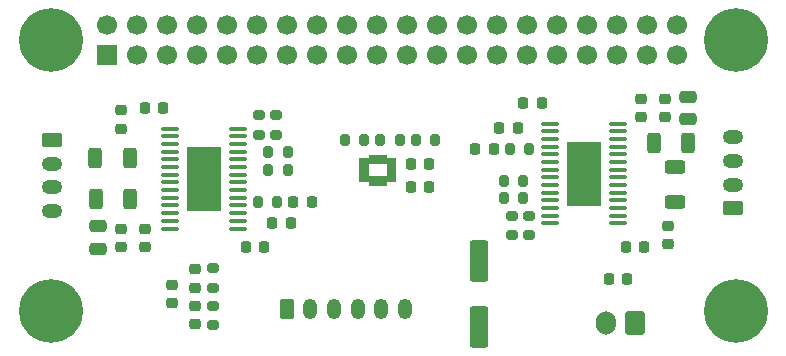
<source format=gbr>
%TF.GenerationSoftware,KiCad,Pcbnew,9.0.7*%
%TF.CreationDate,2026-01-26T16:26:35+01:00*%
%TF.ProjectId,Projet 6 KICAD CLS COMPLET,50726f6a-6574-4203-9620-4b4943414420,rev?*%
%TF.SameCoordinates,Original*%
%TF.FileFunction,Soldermask,Top*%
%TF.FilePolarity,Negative*%
%FSLAX46Y46*%
G04 Gerber Fmt 4.6, Leading zero omitted, Abs format (unit mm)*
G04 Created by KiCad (PCBNEW 9.0.7) date 2026-01-26 16:26:35*
%MOMM*%
%LPD*%
G01*
G04 APERTURE LIST*
G04 Aperture macros list*
%AMRoundRect*
0 Rectangle with rounded corners*
0 $1 Rounding radius*
0 $2 $3 $4 $5 $6 $7 $8 $9 X,Y pos of 4 corners*
0 Add a 4 corners polygon primitive as box body*
4,1,4,$2,$3,$4,$5,$6,$7,$8,$9,$2,$3,0*
0 Add four circle primitives for the rounded corners*
1,1,$1+$1,$2,$3*
1,1,$1+$1,$4,$5*
1,1,$1+$1,$6,$7*
1,1,$1+$1,$8,$9*
0 Add four rect primitives between the rounded corners*
20,1,$1+$1,$2,$3,$4,$5,0*
20,1,$1+$1,$4,$5,$6,$7,0*
20,1,$1+$1,$6,$7,$8,$9,0*
20,1,$1+$1,$8,$9,$2,$3,0*%
G04 Aperture macros list end*
%ADD10C,0.010000*%
%ADD11RoundRect,0.225000X0.225000X0.250000X-0.225000X0.250000X-0.225000X-0.250000X0.225000X-0.250000X0*%
%ADD12RoundRect,0.225000X0.250000X-0.225000X0.250000X0.225000X-0.250000X0.225000X-0.250000X-0.225000X0*%
%ADD13RoundRect,0.225000X-0.225000X-0.250000X0.225000X-0.250000X0.225000X0.250000X-0.225000X0.250000X0*%
%ADD14RoundRect,0.225000X-0.250000X0.225000X-0.250000X-0.225000X0.250000X-0.225000X0.250000X0.225000X0*%
%ADD15RoundRect,0.218750X0.256250X-0.218750X0.256250X0.218750X-0.256250X0.218750X-0.256250X-0.218750X0*%
%ADD16RoundRect,0.250000X0.475000X-0.250000X0.475000X0.250000X-0.475000X0.250000X-0.475000X-0.250000X0*%
%ADD17RoundRect,0.200000X0.275000X-0.200000X0.275000X0.200000X-0.275000X0.200000X-0.275000X-0.200000X0*%
%ADD18RoundRect,0.218750X-0.218750X-0.256250X0.218750X-0.256250X0.218750X0.256250X-0.218750X0.256250X0*%
%ADD19RoundRect,0.200000X-0.200000X-0.275000X0.200000X-0.275000X0.200000X0.275000X-0.200000X0.275000X0*%
%ADD20RoundRect,0.250000X-0.550000X1.500000X-0.550000X-1.500000X0.550000X-1.500000X0.550000X1.500000X0*%
%ADD21RoundRect,0.218750X-0.256250X0.218750X-0.256250X-0.218750X0.256250X-0.218750X0.256250X0.218750X0*%
%ADD22RoundRect,0.200000X-0.275000X0.200000X-0.275000X-0.200000X0.275000X-0.200000X0.275000X0.200000X0*%
%ADD23RoundRect,0.200000X0.200000X0.275000X-0.200000X0.275000X-0.200000X-0.275000X0.200000X-0.275000X0*%
%ADD24RoundRect,0.250000X-0.475000X0.250000X-0.475000X-0.250000X0.475000X-0.250000X0.475000X0.250000X0*%
%ADD25C,5.400000*%
%ADD26RoundRect,0.100000X0.637500X0.100000X-0.637500X0.100000X-0.637500X-0.100000X0.637500X-0.100000X0*%
%ADD27R,2.850000X5.400000*%
%ADD28RoundRect,0.250000X0.312500X0.625000X-0.312500X0.625000X-0.312500X-0.625000X0.312500X-0.625000X0*%
%ADD29RoundRect,0.100000X-0.637500X-0.100000X0.637500X-0.100000X0.637500X0.100000X-0.637500X0.100000X0*%
%ADD30RoundRect,0.250000X-0.625000X0.350000X-0.625000X-0.350000X0.625000X-0.350000X0.625000X0.350000X0*%
%ADD31O,1.750000X1.200000*%
%ADD32RoundRect,0.218750X0.218750X0.256250X-0.218750X0.256250X-0.218750X-0.256250X0.218750X-0.256250X0*%
%ADD33RoundRect,0.250000X0.625000X-0.350000X0.625000X0.350000X-0.625000X0.350000X-0.625000X-0.350000X0*%
%ADD34RoundRect,0.250000X-0.350000X-0.625000X0.350000X-0.625000X0.350000X0.625000X-0.350000X0.625000X0*%
%ADD35O,1.200000X1.750000*%
%ADD36RoundRect,0.250000X0.600000X0.750000X-0.600000X0.750000X-0.600000X-0.750000X0.600000X-0.750000X0*%
%ADD37O,1.700000X2.000000*%
%ADD38RoundRect,0.250000X-0.312500X-0.625000X0.312500X-0.625000X0.312500X0.625000X-0.312500X0.625000X0*%
%ADD39RoundRect,0.250000X-0.625000X0.312500X-0.625000X-0.312500X0.625000X-0.312500X0.625000X0.312500X0*%
%ADD40R,1.700000X1.700000*%
%ADD41C,1.700000*%
G04 APERTURE END LIST*
D10*
%TO.C,U3*%
X126855000Y-60475000D02*
X126145000Y-60475000D01*
X126145000Y-60025000D01*
X126855000Y-60025000D01*
X126855000Y-60475000D01*
G36*
X126855000Y-60475000D02*
G01*
X126145000Y-60475000D01*
X126145000Y-60025000D01*
X126855000Y-60025000D01*
X126855000Y-60475000D01*
G37*
X126855000Y-60975000D02*
X126145000Y-60975000D01*
X126145000Y-60525000D01*
X126855000Y-60525000D01*
X126855000Y-60975000D01*
G36*
X126855000Y-60975000D02*
G01*
X126145000Y-60975000D01*
X126145000Y-60525000D01*
X126855000Y-60525000D01*
X126855000Y-60975000D01*
G37*
X126855000Y-61475000D02*
X126145000Y-61475000D01*
X126145000Y-61025000D01*
X126855000Y-61025000D01*
X126855000Y-61475000D01*
G36*
X126855000Y-61475000D02*
G01*
X126145000Y-61475000D01*
X126145000Y-61025000D01*
X126855000Y-61025000D01*
X126855000Y-61475000D01*
G37*
X126855000Y-61975000D02*
X126145000Y-61975000D01*
X126145000Y-61525000D01*
X126855000Y-61525000D01*
X126855000Y-61975000D01*
G36*
X126855000Y-61975000D02*
G01*
X126145000Y-61975000D01*
X126145000Y-61525000D01*
X126855000Y-61525000D01*
X126855000Y-61975000D01*
G37*
X127385000Y-62270000D02*
X126935000Y-62270000D01*
X126935000Y-61560000D01*
X127385000Y-61560000D01*
X127385000Y-62270000D01*
G36*
X127385000Y-62270000D02*
G01*
X126935000Y-62270000D01*
X126935000Y-61560000D01*
X127385000Y-61560000D01*
X127385000Y-62270000D01*
G37*
X127385000Y-60440000D02*
X126935000Y-60440000D01*
X126935000Y-59730000D01*
X127385000Y-59730000D01*
X127385000Y-60440000D01*
G36*
X127385000Y-60440000D02*
G01*
X126935000Y-60440000D01*
X126935000Y-59730000D01*
X127385000Y-59730000D01*
X127385000Y-60440000D01*
G37*
X127885000Y-62270000D02*
X127435000Y-62270000D01*
X127435000Y-61560000D01*
X127885000Y-61560000D01*
X127885000Y-62270000D01*
G36*
X127885000Y-62270000D02*
G01*
X127435000Y-62270000D01*
X127435000Y-61560000D01*
X127885000Y-61560000D01*
X127885000Y-62270000D01*
G37*
X127885000Y-60440000D02*
X127435000Y-60440000D01*
X127435000Y-59730000D01*
X127885000Y-59730000D01*
X127885000Y-60440000D01*
G36*
X127885000Y-60440000D02*
G01*
X127435000Y-60440000D01*
X127435000Y-59730000D01*
X127885000Y-59730000D01*
X127885000Y-60440000D01*
G37*
X128385000Y-62270000D02*
X127935000Y-62270000D01*
X127935000Y-61560000D01*
X128385000Y-61560000D01*
X128385000Y-62270000D01*
G36*
X128385000Y-62270000D02*
G01*
X127935000Y-62270000D01*
X127935000Y-61560000D01*
X128385000Y-61560000D01*
X128385000Y-62270000D01*
G37*
X128385000Y-60440000D02*
X127935000Y-60440000D01*
X127935000Y-59730000D01*
X128385000Y-59730000D01*
X128385000Y-60440000D01*
G36*
X128385000Y-60440000D02*
G01*
X127935000Y-60440000D01*
X127935000Y-59730000D01*
X128385000Y-59730000D01*
X128385000Y-60440000D01*
G37*
X129175000Y-60475000D02*
X128465000Y-60475000D01*
X128465000Y-60025000D01*
X129175000Y-60025000D01*
X129175000Y-60475000D01*
G36*
X129175000Y-60475000D02*
G01*
X128465000Y-60475000D01*
X128465000Y-60025000D01*
X129175000Y-60025000D01*
X129175000Y-60475000D01*
G37*
X129175000Y-60975000D02*
X128465000Y-60975000D01*
X128465000Y-60525000D01*
X129175000Y-60525000D01*
X129175000Y-60975000D01*
G36*
X129175000Y-60975000D02*
G01*
X128465000Y-60975000D01*
X128465000Y-60525000D01*
X129175000Y-60525000D01*
X129175000Y-60975000D01*
G37*
X129175000Y-61475000D02*
X128465000Y-61475000D01*
X128465000Y-61025000D01*
X129175000Y-61025000D01*
X129175000Y-61475000D01*
G36*
X129175000Y-61475000D02*
G01*
X128465000Y-61475000D01*
X128465000Y-61025000D01*
X129175000Y-61025000D01*
X129175000Y-61475000D01*
G37*
X129175000Y-61975000D02*
X128465000Y-61975000D01*
X128465000Y-61525000D01*
X129175000Y-61525000D01*
X129175000Y-61975000D01*
G36*
X129175000Y-61975000D02*
G01*
X128465000Y-61975000D01*
X128465000Y-61525000D01*
X129175000Y-61525000D01*
X129175000Y-61975000D01*
G37*
%TD*%
D11*
%TO.C,C23*%
X109525000Y-55750000D03*
X107975000Y-55750000D03*
%TD*%
D12*
%TO.C,C22*%
X106000000Y-57525000D03*
X106000000Y-55975000D03*
%TD*%
%TO.C,C18*%
X110250000Y-72275000D03*
X110250000Y-70725000D03*
%TD*%
D13*
%TO.C,C15*%
X118775000Y-65475000D03*
X120325000Y-65475000D03*
%TD*%
D14*
%TO.C,C13*%
X108000000Y-65975000D03*
X108000000Y-67525000D03*
%TD*%
%TO.C,C12*%
X106000000Y-65975000D03*
X106000000Y-67525000D03*
%TD*%
D11*
%TO.C,C11*%
X141575000Y-55390983D03*
X140025000Y-55390983D03*
%TD*%
D12*
%TO.C,C9*%
X150000000Y-56525000D03*
X150000000Y-54975000D03*
%TD*%
%TO.C,C8*%
X152000000Y-56525000D03*
X152000000Y-54975000D03*
%TD*%
D11*
%TO.C,C7*%
X139537500Y-57425000D03*
X137987500Y-57425000D03*
%TD*%
D13*
%TO.C,C6*%
X148725000Y-67500000D03*
X150275000Y-67500000D03*
%TD*%
D14*
%TO.C,C5*%
X152250000Y-65775000D03*
X152250000Y-67325000D03*
%TD*%
D13*
%TO.C,C4*%
X147275000Y-70250000D03*
X148825000Y-70250000D03*
%TD*%
%TO.C,C3*%
X116525000Y-67500000D03*
X118075000Y-67500000D03*
%TD*%
%TO.C,C2*%
X130495000Y-62500000D03*
X132045000Y-62500000D03*
%TD*%
%TO.C,C1*%
X130503378Y-60500000D03*
X132053378Y-60500000D03*
%TD*%
D15*
%TO.C,D3*%
X112250000Y-74075000D03*
X112250000Y-72500000D03*
%TD*%
D16*
%TO.C,C14*%
X154000000Y-56700000D03*
X154000000Y-54800000D03*
%TD*%
D17*
%TO.C,R14*%
X113750000Y-71000000D03*
X113750000Y-69350000D03*
%TD*%
D18*
%TO.C,D1*%
X135925000Y-59250000D03*
X137500000Y-59250000D03*
%TD*%
D19*
%TO.C,R1*%
X138362500Y-63425000D03*
X140012500Y-63425000D03*
%TD*%
D20*
%TO.C,C10*%
X136250000Y-68700000D03*
X136250000Y-74300000D03*
%TD*%
D21*
%TO.C,D4*%
X112250000Y-69425000D03*
X112250000Y-71000000D03*
%TD*%
D22*
%TO.C,R15*%
X117612500Y-56400000D03*
X117612500Y-58050000D03*
%TD*%
D23*
%TO.C,R2*%
X140012500Y-61925000D03*
X138362500Y-61925000D03*
%TD*%
D24*
%TO.C,C16*%
X104000000Y-65800000D03*
X104000000Y-67700000D03*
%TD*%
D25*
%TO.C,H2*%
X158000000Y-50000000D03*
%TD*%
D19*
%TO.C,R8*%
X118425000Y-59500000D03*
X120075000Y-59500000D03*
%TD*%
D25*
%TO.C,H1*%
X100000000Y-50000000D03*
%TD*%
D19*
%TO.C,R6*%
X130920000Y-58500000D03*
X132570000Y-58500000D03*
%TD*%
D22*
%TO.C,R7*%
X139025000Y-64882408D03*
X139025000Y-66532408D03*
%TD*%
D26*
%TO.C,U2*%
X148000000Y-65550000D03*
X148000000Y-64900000D03*
X148000000Y-64250000D03*
X148000000Y-63600000D03*
X148000000Y-62950000D03*
X148000000Y-62300000D03*
X148000000Y-61650000D03*
X148000000Y-61000000D03*
X148000000Y-60350000D03*
X148000000Y-59700000D03*
X148000000Y-59050000D03*
X148000000Y-58400000D03*
X148000000Y-57750000D03*
X148000000Y-57100000D03*
X142275000Y-57100000D03*
X142275000Y-57750000D03*
X142275000Y-58400000D03*
X142275000Y-59050000D03*
X142275000Y-59700000D03*
X142275000Y-60350000D03*
X142275000Y-61000000D03*
X142275000Y-61650000D03*
X142275000Y-62300000D03*
X142275000Y-62950000D03*
X142275000Y-63600000D03*
X142275000Y-64250000D03*
X142275000Y-64900000D03*
X142275000Y-65550000D03*
D27*
X145137500Y-61325000D03*
%TD*%
D23*
%TO.C,R16*%
X120075000Y-61000000D03*
X118425000Y-61000000D03*
%TD*%
%TO.C,R4*%
X129570000Y-58500000D03*
X127920000Y-58500000D03*
%TD*%
D22*
%TO.C,R13*%
X113750000Y-72500000D03*
X113750000Y-74150000D03*
%TD*%
D28*
%TO.C,R18*%
X154000000Y-58750000D03*
X151075000Y-58750000D03*
%TD*%
D17*
%TO.C,R9*%
X119112500Y-58050000D03*
X119112500Y-56400000D03*
%TD*%
D25*
%TO.C,H4*%
X158000000Y-73000000D03*
%TD*%
D17*
%TO.C,R3*%
X140492164Y-66532408D03*
X140492164Y-64882408D03*
%TD*%
D29*
%TO.C,U1*%
X110137500Y-57525000D03*
X110137500Y-58175000D03*
X110137500Y-58825000D03*
X110137500Y-59475000D03*
X110137500Y-60125000D03*
X110137500Y-60775000D03*
X110137500Y-61425000D03*
X110137500Y-62075000D03*
X110137500Y-62725000D03*
X110137500Y-63375000D03*
X110137500Y-64025000D03*
X110137500Y-64675000D03*
X110137500Y-65325000D03*
X110137500Y-65975000D03*
X115862500Y-65975000D03*
X115862500Y-65325000D03*
X115862500Y-64675000D03*
X115862500Y-64025000D03*
X115862500Y-63375000D03*
X115862500Y-62725000D03*
X115862500Y-62075000D03*
X115862500Y-61425000D03*
X115862500Y-60775000D03*
X115862500Y-60125000D03*
X115862500Y-59475000D03*
X115862500Y-58825000D03*
X115862500Y-58175000D03*
X115862500Y-57525000D03*
D27*
X113000000Y-61750000D03*
%TD*%
D23*
%TO.C,R5*%
X126570000Y-58500000D03*
X124920000Y-58500000D03*
%TD*%
D30*
%TO.C,J3*%
X100150435Y-58495718D03*
D31*
X100150435Y-60495718D03*
X100150435Y-62495718D03*
X100150435Y-64495718D03*
%TD*%
D32*
%TO.C,D2*%
X122126557Y-63725778D03*
X120551557Y-63725778D03*
%TD*%
D19*
%TO.C,R19*%
X138875000Y-59250000D03*
X140525000Y-59250000D03*
%TD*%
D33*
%TO.C,J4*%
X157750000Y-64250000D03*
D31*
X157750000Y-62250000D03*
X157750000Y-60250000D03*
X157750000Y-58250000D03*
%TD*%
D23*
%TO.C,R12*%
X119187500Y-63725000D03*
X117537500Y-63725000D03*
%TD*%
D34*
%TO.C,J2*%
X120000000Y-72750000D03*
D35*
X122000000Y-72750000D03*
X124000000Y-72750000D03*
X126000000Y-72750000D03*
X128000000Y-72750000D03*
X130000000Y-72750000D03*
%TD*%
D36*
%TO.C,J5*%
X149500000Y-74000000D03*
D37*
X147000000Y-74000000D03*
%TD*%
D38*
%TO.C,R11*%
X103825000Y-63500000D03*
X106750000Y-63500000D03*
%TD*%
D25*
%TO.C,H3*%
X100000000Y-73000000D03*
%TD*%
D38*
%TO.C,R10*%
X103787500Y-60000000D03*
X106712500Y-60000000D03*
%TD*%
D39*
%TO.C,R17*%
X152852941Y-60787500D03*
X152852941Y-63712500D03*
%TD*%
D40*
%TO.C,J1*%
X104750000Y-51250000D03*
D41*
X104750000Y-48710000D03*
X107290000Y-51250000D03*
X107290000Y-48710000D03*
X109830000Y-51250000D03*
X109830000Y-48710000D03*
X112370000Y-51250000D03*
X112370000Y-48710000D03*
X114910000Y-51250000D03*
X114910000Y-48710000D03*
X117450000Y-51250000D03*
X117450000Y-48710000D03*
X119990000Y-51250000D03*
X119990000Y-48710000D03*
X122530000Y-51250000D03*
X122530000Y-48710000D03*
X125070000Y-51250000D03*
X125070000Y-48710000D03*
X127610000Y-51250000D03*
X127610000Y-48710000D03*
X130150000Y-51250000D03*
X130150000Y-48710000D03*
X132690000Y-51250000D03*
X132690000Y-48710000D03*
X135230000Y-51250000D03*
X135230000Y-48710000D03*
X137770000Y-51250000D03*
X137770000Y-48710000D03*
X140310000Y-51250000D03*
X140310000Y-48710000D03*
X142850000Y-51250000D03*
X142850000Y-48710000D03*
X145390000Y-51250000D03*
X145390000Y-48710000D03*
X147930000Y-51250000D03*
X147930000Y-48710000D03*
X150470000Y-51250000D03*
X150470000Y-48710000D03*
X153010000Y-51250000D03*
X153010000Y-48710000D03*
%TD*%
M02*

</source>
